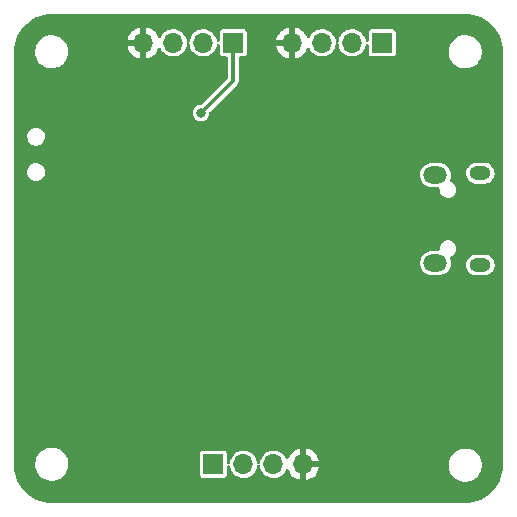
<source format=gbr>
%TF.GenerationSoftware,KiCad,Pcbnew,(6.0.10)*%
%TF.CreationDate,2023-02-14T22:37:11+03:00*%
%TF.ProjectId,BluePill,426c7565-5069-46c6-9c2e-6b696361645f,rev?*%
%TF.SameCoordinates,Original*%
%TF.FileFunction,Copper,L2,Bot*%
%TF.FilePolarity,Positive*%
%FSLAX46Y46*%
G04 Gerber Fmt 4.6, Leading zero omitted, Abs format (unit mm)*
G04 Created by KiCad (PCBNEW (6.0.10)) date 2023-02-14 22:37:11*
%MOMM*%
%LPD*%
G01*
G04 APERTURE LIST*
%TA.AperFunction,ComponentPad*%
%ADD10R,1.700000X1.700000*%
%TD*%
%TA.AperFunction,ComponentPad*%
%ADD11O,1.700000X1.700000*%
%TD*%
%TA.AperFunction,ComponentPad*%
%ADD12O,2.000000X1.450000*%
%TD*%
%TA.AperFunction,ComponentPad*%
%ADD13O,1.800000X1.150000*%
%TD*%
%TA.AperFunction,ViaPad*%
%ADD14C,0.800000*%
%TD*%
%TA.AperFunction,Conductor*%
%ADD15C,0.300000*%
%TD*%
G04 APERTURE END LIST*
D10*
%TO.P,J1,1,Pin_1*%
%TO.N,+3.3V*%
X112359600Y-47244000D03*
D11*
%TO.P,J1,2,Pin_2*%
%TO.N,/USART1_TX*%
X109819600Y-47244000D03*
%TO.P,J1,3,Pin_3*%
%TO.N,/USART1_RX*%
X107279600Y-47244000D03*
%TO.P,J1,4,Pin_4*%
%TO.N,GND*%
X104739600Y-47244000D03*
%TD*%
D10*
%TO.P,J2,1,Pin_1*%
%TO.N,+3.3V*%
X110677800Y-82931000D03*
D11*
%TO.P,J2,2,Pin_2*%
%TO.N,/I2C2_SCL*%
X113217800Y-82931000D03*
%TO.P,J2,3,Pin_3*%
%TO.N,/I2C2_SDA*%
X115757800Y-82931000D03*
%TO.P,J2,4,Pin_4*%
%TO.N,GND*%
X118297800Y-82931000D03*
%TD*%
D10*
%TO.P,J3,1,Pin_1*%
%TO.N,+3.3V*%
X124958000Y-47244000D03*
D11*
%TO.P,J3,2,Pin_2*%
%TO.N,/SWDIO*%
X122418000Y-47244000D03*
%TO.P,J3,3,Pin_3*%
%TO.N,/SWCLK*%
X119878000Y-47244000D03*
%TO.P,J3,4,Pin_4*%
%TO.N,GND*%
X117338000Y-47244000D03*
%TD*%
D12*
%TO.P,J4,6,Shield*%
%TO.N,unconnected-(J4-Pad6)*%
X129475000Y-58445000D03*
D13*
X133275000Y-58295000D03*
X133275000Y-66045000D03*
D12*
X129475000Y-65895000D03*
%TD*%
D14*
%TO.N,GND*%
X131267200Y-60858400D03*
%TO.N,+3.3V*%
X109626400Y-53187600D03*
%TO.N,GND*%
X114300000Y-51917600D03*
X98298000Y-60756800D03*
X104597200Y-61722000D03*
X105308400Y-63398400D03*
X98247200Y-67564000D03*
X98145600Y-51511200D03*
X127660400Y-69697600D03*
X127711200Y-68427600D03*
X128270000Y-73660000D03*
X131419600Y-71577200D03*
X130200400Y-71577200D03*
X105308400Y-66649600D03*
X109778800Y-71983600D03*
X112064800Y-72085200D03*
X119024400Y-73558400D03*
X116535200Y-66141600D03*
X112674400Y-61010800D03*
X111556800Y-64262000D03*
%TD*%
D15*
%TO.N,+3.3V*%
X112359600Y-50454400D02*
X109626400Y-53187600D01*
X112359600Y-47244000D02*
X112359600Y-50454400D01*
%TD*%
%TA.AperFunction,Conductor*%
%TO.N,GND*%
G36*
X131984563Y-44802414D02*
G01*
X132000000Y-44805136D01*
X132010854Y-44803222D01*
X132019753Y-44803222D01*
X132034608Y-44802314D01*
X132296606Y-44816044D01*
X132327839Y-44817681D01*
X132340955Y-44819059D01*
X132658691Y-44869384D01*
X132671591Y-44872126D01*
X132982326Y-44955387D01*
X132994869Y-44959463D01*
X133295184Y-45074743D01*
X133307233Y-45080107D01*
X133593867Y-45226155D01*
X133605288Y-45232749D01*
X133875086Y-45407957D01*
X133885756Y-45415710D01*
X134135752Y-45618153D01*
X134145553Y-45626978D01*
X134373022Y-45854447D01*
X134381847Y-45864248D01*
X134584290Y-46114244D01*
X134592043Y-46124914D01*
X134767251Y-46394712D01*
X134773845Y-46406133D01*
X134919893Y-46692767D01*
X134925257Y-46704816D01*
X135040537Y-47005131D01*
X135044613Y-47017674D01*
X135127874Y-47328409D01*
X135130616Y-47341309D01*
X135180941Y-47659045D01*
X135182319Y-47672162D01*
X135197686Y-47965392D01*
X135196778Y-47980247D01*
X135196778Y-47989146D01*
X135194864Y-48000000D01*
X135196778Y-48010855D01*
X135197586Y-48015437D01*
X135199500Y-48037317D01*
X135199500Y-82962683D01*
X135197586Y-82984563D01*
X135194864Y-83000000D01*
X135196778Y-83010854D01*
X135196778Y-83019753D01*
X135197686Y-83034608D01*
X135182319Y-83327838D01*
X135180941Y-83340954D01*
X135171797Y-83398685D01*
X135130616Y-83658691D01*
X135127874Y-83671591D01*
X135125248Y-83681391D01*
X135055012Y-83943518D01*
X135044613Y-83982326D01*
X135040537Y-83994869D01*
X134925257Y-84295184D01*
X134919893Y-84307233D01*
X134773845Y-84593867D01*
X134767251Y-84605288D01*
X134592043Y-84875086D01*
X134584290Y-84885756D01*
X134381847Y-85135752D01*
X134373022Y-85145553D01*
X134145553Y-85373022D01*
X134135752Y-85381847D01*
X133885756Y-85584290D01*
X133875086Y-85592043D01*
X133605288Y-85767251D01*
X133593867Y-85773845D01*
X133307233Y-85919893D01*
X133295184Y-85925257D01*
X132994869Y-86040537D01*
X132982326Y-86044613D01*
X132671591Y-86127874D01*
X132658691Y-86130616D01*
X132340955Y-86180941D01*
X132327839Y-86182319D01*
X132296606Y-86183956D01*
X132034608Y-86197686D01*
X132019753Y-86196778D01*
X132010854Y-86196778D01*
X132000000Y-86194864D01*
X131989145Y-86196778D01*
X131984563Y-86197586D01*
X131962683Y-86199500D01*
X97037317Y-86199500D01*
X97015437Y-86197586D01*
X97010855Y-86196778D01*
X97000000Y-86194864D01*
X96989146Y-86196778D01*
X96980247Y-86196778D01*
X96965392Y-86197686D01*
X96703394Y-86183956D01*
X96672161Y-86182319D01*
X96659045Y-86180941D01*
X96341309Y-86130616D01*
X96328409Y-86127874D01*
X96017674Y-86044613D01*
X96005131Y-86040537D01*
X95704816Y-85925257D01*
X95692767Y-85919893D01*
X95406133Y-85773845D01*
X95394712Y-85767251D01*
X95124914Y-85592043D01*
X95114244Y-85584290D01*
X94864248Y-85381847D01*
X94854447Y-85373022D01*
X94626978Y-85145553D01*
X94618153Y-85135752D01*
X94415710Y-84885756D01*
X94407957Y-84875086D01*
X94232749Y-84605288D01*
X94226155Y-84593867D01*
X94080107Y-84307233D01*
X94074743Y-84295184D01*
X93959463Y-83994869D01*
X93955387Y-83982326D01*
X93944989Y-83943518D01*
X93874752Y-83681391D01*
X93872126Y-83671591D01*
X93869384Y-83658691D01*
X93828203Y-83398685D01*
X93819059Y-83340954D01*
X93817681Y-83327838D01*
X93802314Y-83034608D01*
X93803222Y-83019753D01*
X93803222Y-83010854D01*
X93805136Y-83000000D01*
X93802414Y-82984563D01*
X93800500Y-82962683D01*
X93800500Y-82850389D01*
X95595996Y-82850389D01*
X95596196Y-82855718D01*
X95596196Y-82855719D01*
X95597887Y-82900754D01*
X95604913Y-83087895D01*
X95653719Y-83320504D01*
X95655677Y-83325463D01*
X95655678Y-83325465D01*
X95733971Y-83523713D01*
X95741020Y-83541563D01*
X95743787Y-83546122D01*
X95743788Y-83546125D01*
X95791628Y-83624963D01*
X95864319Y-83744753D01*
X95867816Y-83748783D01*
X95949104Y-83842459D01*
X96020090Y-83924264D01*
X96024216Y-83927647D01*
X96024220Y-83927651D01*
X96106199Y-83994869D01*
X96203880Y-84074962D01*
X96208516Y-84077601D01*
X96208519Y-84077603D01*
X96309561Y-84135119D01*
X96410433Y-84192539D01*
X96633844Y-84273634D01*
X96639092Y-84274583D01*
X96863641Y-84315188D01*
X96863648Y-84315189D01*
X96867725Y-84315926D01*
X96885991Y-84316787D01*
X96891131Y-84317030D01*
X96891138Y-84317030D01*
X96892619Y-84317100D01*
X97059680Y-84317100D01*
X97142026Y-84310113D01*
X97231512Y-84302520D01*
X97231516Y-84302519D01*
X97236823Y-84302069D01*
X97241978Y-84300731D01*
X97241984Y-84300730D01*
X97461703Y-84243702D01*
X97461702Y-84243702D01*
X97466874Y-84242360D01*
X97583327Y-84189902D01*
X97678715Y-84146933D01*
X97678718Y-84146932D01*
X97683576Y-84144743D01*
X97880732Y-84012009D01*
X97889515Y-84003631D01*
X97969764Y-83927077D01*
X98052705Y-83847955D01*
X98069303Y-83825646D01*
X109527300Y-83825646D01*
X109530418Y-83851846D01*
X109534256Y-83860486D01*
X109534256Y-83860487D01*
X109567369Y-83935034D01*
X109575861Y-83954153D01*
X109584094Y-83962372D01*
X109584095Y-83962373D01*
X109610163Y-83988395D01*
X109655087Y-84033241D01*
X109665724Y-84037944D01*
X109665726Y-84037945D01*
X109703182Y-84054504D01*
X109757473Y-84078506D01*
X109783154Y-84081500D01*
X111572446Y-84081500D01*
X111576150Y-84081059D01*
X111576153Y-84081059D01*
X111583546Y-84080179D01*
X111598646Y-84078382D01*
X111613967Y-84071577D01*
X111690318Y-84037663D01*
X111700953Y-84032939D01*
X111780041Y-83953713D01*
X111793061Y-83924264D01*
X111811065Y-83883538D01*
X111825306Y-83851327D01*
X111828300Y-83825646D01*
X111828300Y-83141673D01*
X111848302Y-83073552D01*
X111901958Y-83027059D01*
X111972232Y-83016955D01*
X112036812Y-83046449D01*
X112075196Y-83106175D01*
X112076458Y-83111784D01*
X112076596Y-83111749D01*
X112128645Y-83316690D01*
X112131062Y-83321933D01*
X112185636Y-83440313D01*
X112217169Y-83508714D01*
X112339205Y-83681391D01*
X112343339Y-83685418D01*
X112483527Y-83821983D01*
X112490665Y-83828937D01*
X112495461Y-83832142D01*
X112495464Y-83832144D01*
X112627296Y-83920231D01*
X112666477Y-83946411D01*
X112671785Y-83948692D01*
X112671786Y-83948692D01*
X112855450Y-84027600D01*
X112855453Y-84027601D01*
X112860753Y-84029878D01*
X112866382Y-84031152D01*
X112866383Y-84031152D01*
X113061350Y-84075269D01*
X113061353Y-84075269D01*
X113066986Y-84076544D01*
X113072757Y-84076771D01*
X113072759Y-84076771D01*
X113134789Y-84079208D01*
X113278270Y-84084846D01*
X113283979Y-84084018D01*
X113283983Y-84084018D01*
X113481815Y-84055333D01*
X113481819Y-84055332D01*
X113487530Y-84054504D01*
X113574379Y-84025023D01*
X113682283Y-83988395D01*
X113682288Y-83988393D01*
X113687755Y-83986537D01*
X113692798Y-83983713D01*
X113867195Y-83886046D01*
X113867199Y-83886043D01*
X113872242Y-83883219D01*
X114034812Y-83748012D01*
X114170019Y-83585442D01*
X114172843Y-83580399D01*
X114172846Y-83580395D01*
X114270513Y-83405998D01*
X114270514Y-83405996D01*
X114273337Y-83400955D01*
X114275193Y-83395488D01*
X114275195Y-83395483D01*
X114339447Y-83206200D01*
X114341304Y-83200730D01*
X114342133Y-83195015D01*
X114362890Y-83051860D01*
X114392460Y-82987315D01*
X114452232Y-82949003D01*
X114523229Y-82949087D01*
X114582909Y-82987542D01*
X114612325Y-83052158D01*
X114613315Y-83061695D01*
X114616596Y-83111749D01*
X114618017Y-83117345D01*
X114618018Y-83117350D01*
X114640584Y-83206200D01*
X114668645Y-83316690D01*
X114671062Y-83321933D01*
X114725636Y-83440313D01*
X114757169Y-83508714D01*
X114879205Y-83681391D01*
X114883339Y-83685418D01*
X115023527Y-83821983D01*
X115030665Y-83828937D01*
X115035461Y-83832142D01*
X115035464Y-83832144D01*
X115167296Y-83920231D01*
X115206477Y-83946411D01*
X115211785Y-83948692D01*
X115211786Y-83948692D01*
X115395450Y-84027600D01*
X115395453Y-84027601D01*
X115400753Y-84029878D01*
X115406382Y-84031152D01*
X115406383Y-84031152D01*
X115601350Y-84075269D01*
X115601353Y-84075269D01*
X115606986Y-84076544D01*
X115612757Y-84076771D01*
X115612759Y-84076771D01*
X115674789Y-84079208D01*
X115818270Y-84084846D01*
X115823979Y-84084018D01*
X115823983Y-84084018D01*
X116021815Y-84055333D01*
X116021819Y-84055332D01*
X116027530Y-84054504D01*
X116114379Y-84025023D01*
X116222283Y-83988395D01*
X116222288Y-83988393D01*
X116227755Y-83986537D01*
X116232798Y-83983713D01*
X116407195Y-83886046D01*
X116407199Y-83886043D01*
X116412242Y-83883219D01*
X116574812Y-83748012D01*
X116710019Y-83585442D01*
X116712843Y-83580399D01*
X116712846Y-83580395D01*
X116809951Y-83407001D01*
X116860688Y-83357339D01*
X116930219Y-83342992D01*
X116996470Y-83368513D01*
X117034080Y-83415317D01*
X117121874Y-83603591D01*
X117127357Y-83613087D01*
X117256531Y-83797567D01*
X117263587Y-83805975D01*
X117422825Y-83965213D01*
X117431233Y-83972269D01*
X117615713Y-84101443D01*
X117625208Y-84106926D01*
X117829327Y-84202108D01*
X117839619Y-84205854D01*
X118030303Y-84256948D01*
X118044399Y-84256612D01*
X118047800Y-84248670D01*
X118047800Y-84243521D01*
X118547800Y-84243521D01*
X118551773Y-84257052D01*
X118560322Y-84258281D01*
X118755981Y-84205854D01*
X118766273Y-84202108D01*
X118970392Y-84106926D01*
X118979887Y-84101443D01*
X119164367Y-83972269D01*
X119172775Y-83965213D01*
X119332013Y-83805975D01*
X119339069Y-83797567D01*
X119468243Y-83613087D01*
X119473726Y-83603591D01*
X119568908Y-83399473D01*
X119572654Y-83389181D01*
X119623748Y-83198497D01*
X119623412Y-83184401D01*
X119615470Y-83181000D01*
X118565915Y-83181000D01*
X118550676Y-83185475D01*
X118549471Y-83186865D01*
X118547800Y-83194548D01*
X118547800Y-84243521D01*
X118047800Y-84243521D01*
X118047800Y-82933789D01*
X130595996Y-82933789D01*
X130596196Y-82939118D01*
X130596196Y-82939119D01*
X130599118Y-83016955D01*
X130604913Y-83171295D01*
X130653719Y-83403904D01*
X130655677Y-83408863D01*
X130655678Y-83408865D01*
X130708084Y-83541563D01*
X130741020Y-83624963D01*
X130743787Y-83629522D01*
X130743788Y-83629525D01*
X130813832Y-83744954D01*
X130864319Y-83828153D01*
X130867816Y-83832183D01*
X130980789Y-83962373D01*
X131020090Y-84007664D01*
X131024216Y-84011047D01*
X131024220Y-84011051D01*
X131122614Y-84091728D01*
X131203880Y-84158362D01*
X131208516Y-84161001D01*
X131208519Y-84161003D01*
X131287311Y-84205854D01*
X131410433Y-84275939D01*
X131633844Y-84357034D01*
X131639092Y-84357983D01*
X131863641Y-84398588D01*
X131863648Y-84398589D01*
X131867725Y-84399326D01*
X131885991Y-84400187D01*
X131891131Y-84400430D01*
X131891138Y-84400430D01*
X131892619Y-84400500D01*
X132059680Y-84400500D01*
X132142026Y-84393513D01*
X132231512Y-84385920D01*
X132231516Y-84385919D01*
X132236823Y-84385469D01*
X132241978Y-84384131D01*
X132241984Y-84384130D01*
X132461703Y-84327102D01*
X132461702Y-84327102D01*
X132466874Y-84325760D01*
X132616672Y-84258281D01*
X132678715Y-84230333D01*
X132678718Y-84230332D01*
X132683576Y-84228143D01*
X132880732Y-84095409D01*
X132895313Y-84081500D01*
X132972016Y-84008328D01*
X133052705Y-83931355D01*
X133194579Y-83740670D01*
X133302295Y-83528807D01*
X133328192Y-83445407D01*
X133371193Y-83306919D01*
X133372775Y-83301824D01*
X133388339Y-83184401D01*
X133403304Y-83071494D01*
X133403304Y-83071491D01*
X133404004Y-83066211D01*
X133402818Y-83034608D01*
X133399607Y-82949087D01*
X133395087Y-82828705D01*
X133346281Y-82596096D01*
X133344322Y-82591135D01*
X133260941Y-82380002D01*
X133260940Y-82380000D01*
X133258980Y-82375037D01*
X133233152Y-82332473D01*
X133138448Y-82176407D01*
X133135681Y-82171847D01*
X133100974Y-82131850D01*
X132983410Y-81996369D01*
X132983408Y-81996367D01*
X132979910Y-81992336D01*
X132975784Y-81988953D01*
X132975780Y-81988949D01*
X132800248Y-81845023D01*
X132796120Y-81841638D01*
X132791484Y-81838999D01*
X132791481Y-81838997D01*
X132644049Y-81755074D01*
X132589567Y-81724061D01*
X132366156Y-81642966D01*
X132343361Y-81638844D01*
X132136359Y-81601412D01*
X132136352Y-81601411D01*
X132132275Y-81600674D01*
X132114009Y-81599813D01*
X132108869Y-81599570D01*
X132108862Y-81599570D01*
X132107381Y-81599500D01*
X131940320Y-81599500D01*
X131874889Y-81605052D01*
X131768488Y-81614080D01*
X131768484Y-81614081D01*
X131763177Y-81614531D01*
X131758022Y-81615869D01*
X131758016Y-81615870D01*
X131652341Y-81643298D01*
X131533126Y-81674240D01*
X131435766Y-81718097D01*
X131321285Y-81769667D01*
X131321282Y-81769668D01*
X131316424Y-81771857D01*
X131312000Y-81774836D01*
X131311999Y-81774836D01*
X131305504Y-81779209D01*
X131119268Y-81904591D01*
X131115411Y-81908270D01*
X131115409Y-81908272D01*
X131104706Y-81918482D01*
X130947295Y-82068645D01*
X130805421Y-82259330D01*
X130697705Y-82471193D01*
X130696124Y-82476284D01*
X130696123Y-82476287D01*
X130657301Y-82601315D01*
X130627225Y-82698176D01*
X130626524Y-82703465D01*
X130600375Y-82900754D01*
X130595996Y-82933789D01*
X118047800Y-82933789D01*
X118047800Y-82662885D01*
X118547800Y-82662885D01*
X118552275Y-82678124D01*
X118553665Y-82679329D01*
X118561348Y-82681000D01*
X119610321Y-82681000D01*
X119623852Y-82677027D01*
X119625081Y-82668478D01*
X119572654Y-82472819D01*
X119568908Y-82462527D01*
X119473726Y-82258409D01*
X119468243Y-82248913D01*
X119339069Y-82064433D01*
X119332013Y-82056025D01*
X119172775Y-81896787D01*
X119164367Y-81889731D01*
X118979887Y-81760557D01*
X118970392Y-81755074D01*
X118766273Y-81659892D01*
X118755981Y-81656146D01*
X118565297Y-81605052D01*
X118551201Y-81605388D01*
X118547800Y-81613330D01*
X118547800Y-82662885D01*
X118047800Y-82662885D01*
X118047800Y-81618479D01*
X118043827Y-81604948D01*
X118035278Y-81603719D01*
X117839619Y-81656146D01*
X117829327Y-81659892D01*
X117625209Y-81755074D01*
X117615713Y-81760557D01*
X117431233Y-81889731D01*
X117422825Y-81896787D01*
X117263587Y-82056025D01*
X117256531Y-82064433D01*
X117127357Y-82248913D01*
X117121874Y-82258409D01*
X117032227Y-82450658D01*
X116985310Y-82503943D01*
X116917032Y-82523404D01*
X116849072Y-82502862D01*
X116805026Y-82453136D01*
X116745521Y-82332473D01*
X116745519Y-82332469D01*
X116742965Y-82327290D01*
X116633494Y-82180690D01*
X116619904Y-82162491D01*
X116619903Y-82162490D01*
X116616451Y-82157867D01*
X116489036Y-82040086D01*
X116465422Y-82018257D01*
X116465420Y-82018255D01*
X116461181Y-82014337D01*
X116409242Y-81981566D01*
X116287234Y-81904584D01*
X116287233Y-81904584D01*
X116282354Y-81901505D01*
X116085960Y-81823152D01*
X116080303Y-81822027D01*
X116080297Y-81822025D01*
X115884242Y-81783028D01*
X115884240Y-81783028D01*
X115878575Y-81781901D01*
X115872800Y-81781825D01*
X115872796Y-81781825D01*
X115766776Y-81780437D01*
X115667146Y-81779133D01*
X115661449Y-81780112D01*
X115661448Y-81780112D01*
X115464450Y-81813962D01*
X115464449Y-81813962D01*
X115458753Y-81814941D01*
X115260375Y-81888127D01*
X115255414Y-81891079D01*
X115255413Y-81891079D01*
X115085215Y-81992336D01*
X115078656Y-81996238D01*
X114919681Y-82135655D01*
X114788776Y-82301708D01*
X114786087Y-82306819D01*
X114786085Y-82306822D01*
X114752596Y-82370475D01*
X114690323Y-82488836D01*
X114627620Y-82690773D01*
X114626941Y-82696510D01*
X114612888Y-82815239D01*
X114585017Y-82880537D01*
X114526269Y-82920401D01*
X114455294Y-82922174D01*
X114394628Y-82885295D01*
X114363530Y-82821471D01*
X114362290Y-82811958D01*
X114357516Y-82759995D01*
X114353881Y-82720440D01*
X114296486Y-82516931D01*
X114285353Y-82494354D01*
X114205519Y-82332469D01*
X114202965Y-82327290D01*
X114093494Y-82180690D01*
X114079904Y-82162491D01*
X114079903Y-82162490D01*
X114076451Y-82157867D01*
X113949036Y-82040086D01*
X113925422Y-82018257D01*
X113925420Y-82018255D01*
X113921181Y-82014337D01*
X113869242Y-81981566D01*
X113747234Y-81904584D01*
X113747233Y-81904584D01*
X113742354Y-81901505D01*
X113545960Y-81823152D01*
X113540303Y-81822027D01*
X113540297Y-81822025D01*
X113344242Y-81783028D01*
X113344240Y-81783028D01*
X113338575Y-81781901D01*
X113332800Y-81781825D01*
X113332796Y-81781825D01*
X113226776Y-81780437D01*
X113127146Y-81779133D01*
X113121449Y-81780112D01*
X113121448Y-81780112D01*
X112924450Y-81813962D01*
X112924449Y-81813962D01*
X112918753Y-81814941D01*
X112720375Y-81888127D01*
X112715414Y-81891079D01*
X112715413Y-81891079D01*
X112545215Y-81992336D01*
X112538656Y-81996238D01*
X112379681Y-82135655D01*
X112248776Y-82301708D01*
X112246087Y-82306819D01*
X112246085Y-82306822D01*
X112212596Y-82370475D01*
X112150323Y-82488836D01*
X112087620Y-82690773D01*
X112086941Y-82696510D01*
X112079427Y-82759995D01*
X112051556Y-82825292D01*
X111992808Y-82865156D01*
X111921834Y-82866930D01*
X111861167Y-82830051D01*
X111830069Y-82766227D01*
X111828300Y-82745185D01*
X111828300Y-82036354D01*
X111825182Y-82010154D01*
X111779739Y-81907847D01*
X111771244Y-81899366D01*
X111708745Y-81836977D01*
X111700513Y-81828759D01*
X111689876Y-81824056D01*
X111689874Y-81824055D01*
X111630338Y-81797735D01*
X111598127Y-81783494D01*
X111572446Y-81780500D01*
X109783154Y-81780500D01*
X109779450Y-81780941D01*
X109779447Y-81780941D01*
X109772054Y-81781821D01*
X109756954Y-81783618D01*
X109748314Y-81787456D01*
X109748313Y-81787456D01*
X109681931Y-81816942D01*
X109654647Y-81829061D01*
X109575559Y-81908287D01*
X109530294Y-82010673D01*
X109527300Y-82036354D01*
X109527300Y-83825646D01*
X98069303Y-83825646D01*
X98194579Y-83657270D01*
X98302295Y-83445407D01*
X98314221Y-83407001D01*
X98371193Y-83223519D01*
X98372775Y-83218424D01*
X98386172Y-83117350D01*
X98403304Y-82988094D01*
X98403304Y-82988091D01*
X98404004Y-82982811D01*
X98395087Y-82745305D01*
X98346281Y-82512696D01*
X98342824Y-82503943D01*
X98260941Y-82296602D01*
X98260940Y-82296600D01*
X98258980Y-82291637D01*
X98233055Y-82248913D01*
X98138448Y-82093007D01*
X98135681Y-82088447D01*
X98087318Y-82032713D01*
X97983410Y-81912969D01*
X97983408Y-81912967D01*
X97979910Y-81908936D01*
X97975784Y-81905553D01*
X97975780Y-81905549D01*
X97824979Y-81781901D01*
X97796120Y-81758238D01*
X97791484Y-81755599D01*
X97791481Y-81755597D01*
X97616770Y-81656146D01*
X97589567Y-81640661D01*
X97366156Y-81559566D01*
X97360908Y-81558617D01*
X97136359Y-81518012D01*
X97136352Y-81518011D01*
X97132275Y-81517274D01*
X97114009Y-81516413D01*
X97108869Y-81516170D01*
X97108862Y-81516170D01*
X97107381Y-81516100D01*
X96940320Y-81516100D01*
X96857974Y-81523087D01*
X96768488Y-81530680D01*
X96768484Y-81530681D01*
X96763177Y-81531131D01*
X96758022Y-81532469D01*
X96758016Y-81532470D01*
X96646612Y-81561385D01*
X96533126Y-81590840D01*
X96471770Y-81618479D01*
X96321285Y-81686267D01*
X96321282Y-81686268D01*
X96316424Y-81688457D01*
X96119268Y-81821191D01*
X96115411Y-81824870D01*
X96115409Y-81824872D01*
X96051195Y-81886129D01*
X95947295Y-81985245D01*
X95805421Y-82175930D01*
X95697705Y-82387793D01*
X95696124Y-82392884D01*
X95696123Y-82392887D01*
X95657607Y-82516931D01*
X95627225Y-82614776D01*
X95626524Y-82620065D01*
X95598692Y-82830051D01*
X95595996Y-82850389D01*
X93800500Y-82850389D01*
X93800500Y-65887806D01*
X128169563Y-65887806D01*
X128171055Y-65904199D01*
X128180016Y-66002661D01*
X128187790Y-66088089D01*
X128189528Y-66093995D01*
X128189529Y-66093999D01*
X128214543Y-66178988D01*
X128244572Y-66281018D01*
X128337746Y-66459243D01*
X128463763Y-66615976D01*
X128617823Y-66745248D01*
X128623215Y-66748212D01*
X128623219Y-66748215D01*
X128719543Y-66801169D01*
X128794058Y-66842134D01*
X128799925Y-66843995D01*
X128799927Y-66843996D01*
X128909259Y-66878678D01*
X128985755Y-66902944D01*
X129142268Y-66920500D01*
X129800606Y-66920500D01*
X129950151Y-66905837D01*
X130142679Y-66847710D01*
X130235630Y-66798287D01*
X130314803Y-66756190D01*
X130314805Y-66756189D01*
X130320249Y-66753294D01*
X130378135Y-66706083D01*
X130471324Y-66630081D01*
X130471327Y-66630078D01*
X130476099Y-66626186D01*
X130481269Y-66619937D01*
X130600363Y-66475977D01*
X130600365Y-66475974D01*
X130604292Y-66471227D01*
X130699945Y-66294320D01*
X130759415Y-66102203D01*
X130760899Y-66088089D01*
X130770595Y-65995840D01*
X132070711Y-65995840D01*
X132071068Y-66002656D01*
X132071068Y-66002661D01*
X132076594Y-66108090D01*
X132080667Y-66185801D01*
X132131181Y-66369193D01*
X132219898Y-66537460D01*
X132342678Y-66682751D01*
X132348102Y-66686898D01*
X132348103Y-66686899D01*
X132488372Y-66794143D01*
X132488376Y-66794146D01*
X132493793Y-66798287D01*
X132666193Y-66878678D01*
X132748721Y-66897125D01*
X132846790Y-66919047D01*
X132846796Y-66919048D01*
X132851834Y-66920174D01*
X132857665Y-66920500D01*
X133647517Y-66920500D01*
X133789109Y-66905118D01*
X133969396Y-66844445D01*
X134132447Y-66746474D01*
X134270658Y-66615775D01*
X134320335Y-66542677D01*
X134373744Y-66464088D01*
X134373745Y-66464086D01*
X134377578Y-66458446D01*
X134410862Y-66375232D01*
X134445685Y-66288168D01*
X134445686Y-66288166D01*
X134448221Y-66281827D01*
X134476983Y-66108090D01*
X134478174Y-66100897D01*
X134478174Y-66100894D01*
X134479289Y-66094160D01*
X134478650Y-66081950D01*
X134469690Y-65911012D01*
X134469333Y-65904199D01*
X134418819Y-65720807D01*
X134330102Y-65552540D01*
X134207322Y-65407249D01*
X134151583Y-65364633D01*
X134061628Y-65295857D01*
X134061624Y-65295854D01*
X134056207Y-65291713D01*
X133883807Y-65211322D01*
X133801279Y-65192875D01*
X133703210Y-65170953D01*
X133703204Y-65170952D01*
X133698166Y-65169826D01*
X133692335Y-65169500D01*
X132902483Y-65169500D01*
X132760891Y-65184882D01*
X132580604Y-65245555D01*
X132417553Y-65343526D01*
X132279342Y-65474225D01*
X132275507Y-65479868D01*
X132226120Y-65552540D01*
X132172422Y-65631554D01*
X132169890Y-65637883D01*
X132169889Y-65637886D01*
X132136723Y-65720807D01*
X132101779Y-65808173D01*
X132070711Y-65995840D01*
X130770595Y-65995840D01*
X130779793Y-65908322D01*
X130779793Y-65908321D01*
X130780437Y-65902194D01*
X130762210Y-65701911D01*
X130756324Y-65681910D01*
X130707167Y-65514891D01*
X130705428Y-65508982D01*
X130702574Y-65503522D01*
X130700265Y-65497808D01*
X130702271Y-65496998D01*
X130690349Y-65436945D01*
X130716366Y-65370888D01*
X130764902Y-65335665D01*
X130764029Y-65333928D01*
X130908714Y-65261159D01*
X130915498Y-65257747D01*
X131018821Y-65169500D01*
X131038651Y-65152564D01*
X131038652Y-65152563D01*
X131044423Y-65147634D01*
X131143361Y-65009947D01*
X131193210Y-64885945D01*
X131203766Y-64859687D01*
X131203767Y-64859685D01*
X131206601Y-64852634D01*
X131230490Y-64684778D01*
X131230645Y-64670000D01*
X131228840Y-64655080D01*
X131211188Y-64509220D01*
X131210276Y-64501680D01*
X131150345Y-64343077D01*
X131054312Y-64203349D01*
X131042514Y-64192837D01*
X130933392Y-64095612D01*
X130933388Y-64095610D01*
X130927721Y-64090560D01*
X130777881Y-64011224D01*
X130613441Y-63969919D01*
X130605843Y-63969879D01*
X130605841Y-63969879D01*
X130528668Y-63969475D01*
X130443895Y-63969031D01*
X130436508Y-63970805D01*
X130436504Y-63970805D01*
X130293162Y-64005220D01*
X130279032Y-64008612D01*
X130272288Y-64012093D01*
X130272285Y-64012094D01*
X130267089Y-64014776D01*
X130128369Y-64086375D01*
X130000604Y-64197831D01*
X129903113Y-64336547D01*
X129841524Y-64494513D01*
X129819394Y-64662611D01*
X129826798Y-64729673D01*
X129814392Y-64799577D01*
X129766163Y-64851678D01*
X129701559Y-64869500D01*
X129149394Y-64869500D01*
X128999849Y-64884163D01*
X128807321Y-64942290D01*
X128801880Y-64945183D01*
X128635197Y-65033810D01*
X128635195Y-65033811D01*
X128629751Y-65036706D01*
X128624972Y-65040604D01*
X128478676Y-65159919D01*
X128478673Y-65159922D01*
X128473901Y-65163814D01*
X128469974Y-65168561D01*
X128469972Y-65168563D01*
X128349637Y-65314023D01*
X128349635Y-65314026D01*
X128345708Y-65318773D01*
X128250055Y-65495680D01*
X128244108Y-65514891D01*
X128209742Y-65625912D01*
X128190585Y-65687797D01*
X128189941Y-65693922D01*
X128189941Y-65693923D01*
X128188456Y-65708050D01*
X128169563Y-65887806D01*
X93800500Y-65887806D01*
X93800500Y-58232062D01*
X94915497Y-58232062D01*
X94916737Y-58239278D01*
X94916737Y-58239280D01*
X94933587Y-58337339D01*
X94945134Y-58404540D01*
X95013654Y-58565573D01*
X95117383Y-58706524D01*
X95122961Y-58711263D01*
X95122964Y-58711266D01*
X95245176Y-58815093D01*
X95245180Y-58815096D01*
X95250755Y-58819832D01*
X95296207Y-58843041D01*
X95347687Y-58869328D01*
X95406616Y-58899419D01*
X95413721Y-58901158D01*
X95413725Y-58901159D01*
X95494858Y-58921011D01*
X95576606Y-58941015D01*
X95582206Y-58941362D01*
X95582210Y-58941363D01*
X95585709Y-58941580D01*
X95585718Y-58941580D01*
X95587648Y-58941700D01*
X95713822Y-58941700D01*
X95805369Y-58931027D01*
X95836556Y-58927391D01*
X95836558Y-58927391D01*
X95843828Y-58926543D01*
X95850705Y-58924047D01*
X95850708Y-58924046D01*
X96001452Y-58869328D01*
X96008331Y-58866831D01*
X96154685Y-58770877D01*
X96275040Y-58643828D01*
X96362939Y-58492498D01*
X96379504Y-58437806D01*
X128169563Y-58437806D01*
X128171430Y-58458322D01*
X128181191Y-58565573D01*
X128187790Y-58638089D01*
X128189528Y-58643995D01*
X128189529Y-58643999D01*
X128225308Y-58765565D01*
X128244572Y-58831018D01*
X128261197Y-58862818D01*
X128332908Y-58999988D01*
X128337746Y-59009243D01*
X128463763Y-59165976D01*
X128617823Y-59295248D01*
X128623215Y-59298212D01*
X128623219Y-59298215D01*
X128717744Y-59350180D01*
X128794058Y-59392134D01*
X128799925Y-59393995D01*
X128799927Y-59393996D01*
X128979885Y-59451082D01*
X128985755Y-59452944D01*
X129142268Y-59470500D01*
X129701010Y-59470500D01*
X129769131Y-59490502D01*
X129815624Y-59544158D01*
X129825932Y-59612945D01*
X129820385Y-59655078D01*
X129820385Y-59655084D01*
X129819394Y-59662611D01*
X129837999Y-59831135D01*
X129896266Y-59990356D01*
X129900502Y-59996659D01*
X129900502Y-59996660D01*
X129913574Y-60016113D01*
X129990830Y-60131083D01*
X129996442Y-60136190D01*
X129996445Y-60136193D01*
X130110612Y-60240077D01*
X130110616Y-60240080D01*
X130116233Y-60245191D01*
X130122906Y-60248814D01*
X130122910Y-60248817D01*
X130258558Y-60322467D01*
X130258560Y-60322468D01*
X130265235Y-60326092D01*
X130272584Y-60328020D01*
X130421883Y-60367188D01*
X130421885Y-60367188D01*
X130429233Y-60369116D01*
X130515609Y-60370473D01*
X130591161Y-60371660D01*
X130591164Y-60371660D01*
X130598760Y-60371779D01*
X130606165Y-60370083D01*
X130606166Y-60370083D01*
X130666586Y-60356245D01*
X130764029Y-60333928D01*
X130915498Y-60257747D01*
X131044423Y-60147634D01*
X131143361Y-60009947D01*
X131151237Y-59990356D01*
X131203766Y-59859687D01*
X131203767Y-59859685D01*
X131206601Y-59852634D01*
X131230490Y-59684778D01*
X131230645Y-59670000D01*
X131210276Y-59501680D01*
X131150345Y-59343077D01*
X131054312Y-59203349D01*
X131048641Y-59198296D01*
X130933392Y-59095612D01*
X130933388Y-59095610D01*
X130927721Y-59090560D01*
X130921011Y-59087007D01*
X130784594Y-59014778D01*
X130784592Y-59014777D01*
X130777881Y-59011224D01*
X130770749Y-59009433D01*
X130714404Y-58966408D01*
X130690228Y-58899654D01*
X130699463Y-58845212D01*
X130699945Y-58844320D01*
X130706495Y-58823160D01*
X130757593Y-58658090D01*
X130757594Y-58658087D01*
X130759415Y-58652203D01*
X130760899Y-58638089D01*
X130779793Y-58458322D01*
X130779793Y-58458321D01*
X130780437Y-58452194D01*
X130770605Y-58344160D01*
X130762769Y-58258050D01*
X130762768Y-58258047D01*
X130762210Y-58251911D01*
X130760424Y-58245840D01*
X132070711Y-58245840D01*
X132071068Y-58252656D01*
X132071068Y-58252661D01*
X132075864Y-58344160D01*
X132080667Y-58435801D01*
X132131181Y-58619193D01*
X132219898Y-58787460D01*
X132342678Y-58932751D01*
X132348102Y-58936898D01*
X132348103Y-58936899D01*
X132488372Y-59044143D01*
X132488376Y-59044146D01*
X132493793Y-59048287D01*
X132666193Y-59128678D01*
X132748721Y-59147125D01*
X132846790Y-59169047D01*
X132846796Y-59169048D01*
X132851834Y-59170174D01*
X132857665Y-59170500D01*
X133647517Y-59170500D01*
X133652700Y-59169937D01*
X133689161Y-59165976D01*
X133789109Y-59155118D01*
X133969396Y-59094445D01*
X134132447Y-58996474D01*
X134270658Y-58865775D01*
X134294279Y-58831018D01*
X134373744Y-58714088D01*
X134373745Y-58714086D01*
X134377578Y-58708446D01*
X134408175Y-58631950D01*
X134445685Y-58538168D01*
X134445686Y-58538166D01*
X134448221Y-58531827D01*
X134479289Y-58344160D01*
X134478653Y-58332013D01*
X134469690Y-58161012D01*
X134469333Y-58154199D01*
X134418819Y-57970807D01*
X134330102Y-57802540D01*
X134207322Y-57657249D01*
X134147515Y-57611523D01*
X134061628Y-57545857D01*
X134061624Y-57545854D01*
X134056207Y-57541713D01*
X133883807Y-57461322D01*
X133783578Y-57438918D01*
X133703210Y-57420953D01*
X133703204Y-57420952D01*
X133698166Y-57419826D01*
X133692335Y-57419500D01*
X132902483Y-57419500D01*
X132760891Y-57434882D01*
X132580604Y-57495555D01*
X132417553Y-57593526D01*
X132279342Y-57724225D01*
X132275507Y-57729868D01*
X132226120Y-57802540D01*
X132172422Y-57881554D01*
X132169890Y-57887883D01*
X132169889Y-57887886D01*
X132136723Y-57970807D01*
X132101779Y-58058173D01*
X132100664Y-58064911D01*
X132072043Y-58237797D01*
X132070711Y-58245840D01*
X130760424Y-58245840D01*
X130707167Y-58064891D01*
X130705428Y-58058982D01*
X130612254Y-57880757D01*
X130486237Y-57724024D01*
X130332177Y-57594752D01*
X130326785Y-57591788D01*
X130326781Y-57591785D01*
X130161337Y-57500832D01*
X130161338Y-57500832D01*
X130155942Y-57497866D01*
X130150075Y-57496005D01*
X130150073Y-57496004D01*
X129970115Y-57438918D01*
X129970114Y-57438918D01*
X129964245Y-57437056D01*
X129807732Y-57419500D01*
X129149394Y-57419500D01*
X128999849Y-57434163D01*
X128807321Y-57492290D01*
X128801880Y-57495183D01*
X128635197Y-57583810D01*
X128635195Y-57583811D01*
X128629751Y-57586706D01*
X128592809Y-57616835D01*
X128478676Y-57709919D01*
X128478673Y-57709922D01*
X128473901Y-57713814D01*
X128469974Y-57718561D01*
X128469972Y-57718563D01*
X128349637Y-57864023D01*
X128349635Y-57864026D01*
X128345708Y-57868773D01*
X128250055Y-58045680D01*
X128190585Y-58237797D01*
X128189941Y-58243922D01*
X128189941Y-58243923D01*
X128170490Y-58428988D01*
X128169563Y-58437806D01*
X96379504Y-58437806D01*
X96413667Y-58325007D01*
X96424503Y-58150338D01*
X96409788Y-58064698D01*
X96396106Y-57985075D01*
X96396105Y-57985073D01*
X96394866Y-57977860D01*
X96326346Y-57816827D01*
X96222617Y-57675876D01*
X96217039Y-57671137D01*
X96217036Y-57671134D01*
X96094824Y-57567307D01*
X96094820Y-57567304D01*
X96089245Y-57562568D01*
X96005062Y-57519582D01*
X95939900Y-57486308D01*
X95939898Y-57486307D01*
X95933384Y-57482981D01*
X95926279Y-57481242D01*
X95926275Y-57481241D01*
X95832741Y-57458354D01*
X95763394Y-57441385D01*
X95757794Y-57441038D01*
X95757790Y-57441037D01*
X95754291Y-57440820D01*
X95754282Y-57440820D01*
X95752352Y-57440700D01*
X95626178Y-57440700D01*
X95534631Y-57451373D01*
X95503444Y-57455009D01*
X95503442Y-57455009D01*
X95496172Y-57455857D01*
X95489295Y-57458353D01*
X95489292Y-57458354D01*
X95338548Y-57513072D01*
X95331669Y-57515569D01*
X95185315Y-57611523D01*
X95064960Y-57738572D01*
X94977061Y-57889902D01*
X94926333Y-58057393D01*
X94915497Y-58232062D01*
X93800500Y-58232062D01*
X93800500Y-55232062D01*
X94915497Y-55232062D01*
X94916737Y-55239278D01*
X94916737Y-55239280D01*
X94943894Y-55397325D01*
X94945134Y-55404540D01*
X95013654Y-55565573D01*
X95117383Y-55706524D01*
X95122961Y-55711263D01*
X95122964Y-55711266D01*
X95245176Y-55815093D01*
X95245180Y-55815096D01*
X95250755Y-55819832D01*
X95331572Y-55861099D01*
X95347687Y-55869328D01*
X95406616Y-55899419D01*
X95413721Y-55901158D01*
X95413725Y-55901159D01*
X95494858Y-55921011D01*
X95576606Y-55941015D01*
X95582206Y-55941362D01*
X95582210Y-55941363D01*
X95585709Y-55941580D01*
X95585718Y-55941580D01*
X95587648Y-55941700D01*
X95713822Y-55941700D01*
X95805369Y-55931027D01*
X95836556Y-55927391D01*
X95836558Y-55927391D01*
X95843828Y-55926543D01*
X95850705Y-55924047D01*
X95850708Y-55924046D01*
X96001452Y-55869328D01*
X96008331Y-55866831D01*
X96154685Y-55770877D01*
X96275040Y-55643828D01*
X96362939Y-55492498D01*
X96413667Y-55325007D01*
X96424503Y-55150338D01*
X96409788Y-55064698D01*
X96396106Y-54985075D01*
X96396105Y-54985073D01*
X96394866Y-54977860D01*
X96326346Y-54816827D01*
X96222617Y-54675876D01*
X96217039Y-54671137D01*
X96217036Y-54671134D01*
X96094824Y-54567307D01*
X96094820Y-54567304D01*
X96089245Y-54562568D01*
X96005062Y-54519582D01*
X95939900Y-54486308D01*
X95939898Y-54486307D01*
X95933384Y-54482981D01*
X95926279Y-54481242D01*
X95926275Y-54481241D01*
X95832741Y-54458354D01*
X95763394Y-54441385D01*
X95757794Y-54441038D01*
X95757790Y-54441037D01*
X95754291Y-54440820D01*
X95754282Y-54440820D01*
X95752352Y-54440700D01*
X95626178Y-54440700D01*
X95534631Y-54451373D01*
X95503444Y-54455009D01*
X95503442Y-54455009D01*
X95496172Y-54455857D01*
X95489295Y-54458353D01*
X95489292Y-54458354D01*
X95412281Y-54486308D01*
X95331669Y-54515569D01*
X95185315Y-54611523D01*
X95064960Y-54738572D01*
X94977061Y-54889902D01*
X94926333Y-55057393D01*
X94915497Y-55232062D01*
X93800500Y-55232062D01*
X93800500Y-48037317D01*
X93802414Y-48015437D01*
X93803222Y-48010855D01*
X93805136Y-48000000D01*
X93803222Y-47989146D01*
X93803222Y-47980247D01*
X93802314Y-47965392D01*
X93803970Y-47933789D01*
X95595996Y-47933789D01*
X95596196Y-47939118D01*
X95596196Y-47939119D01*
X95597721Y-47979732D01*
X95604913Y-48171295D01*
X95653719Y-48403904D01*
X95655677Y-48408863D01*
X95655678Y-48408865D01*
X95719161Y-48569612D01*
X95741020Y-48624963D01*
X95864319Y-48828153D01*
X96020090Y-49007664D01*
X96024216Y-49011047D01*
X96024220Y-49011051D01*
X96122614Y-49091728D01*
X96203880Y-49158362D01*
X96208516Y-49161001D01*
X96208519Y-49161003D01*
X96309561Y-49218519D01*
X96410433Y-49275939D01*
X96633844Y-49357034D01*
X96639092Y-49357983D01*
X96863641Y-49398588D01*
X96863648Y-49398589D01*
X96867725Y-49399326D01*
X96885991Y-49400187D01*
X96891131Y-49400430D01*
X96891138Y-49400430D01*
X96892619Y-49400500D01*
X97059680Y-49400500D01*
X97142026Y-49393513D01*
X97231512Y-49385920D01*
X97231516Y-49385919D01*
X97236823Y-49385469D01*
X97241978Y-49384131D01*
X97241984Y-49384130D01*
X97461703Y-49327102D01*
X97461702Y-49327102D01*
X97466874Y-49325760D01*
X97583327Y-49273302D01*
X97678715Y-49230333D01*
X97678718Y-49230332D01*
X97683576Y-49228143D01*
X97880732Y-49095409D01*
X98052705Y-48931355D01*
X98194579Y-48740670D01*
X98302295Y-48528807D01*
X98304875Y-48520500D01*
X98371193Y-48306919D01*
X98372775Y-48301824D01*
X98386772Y-48196219D01*
X98403304Y-48071494D01*
X98403304Y-48071491D01*
X98404004Y-48066211D01*
X98401503Y-47999583D01*
X98395287Y-47834036D01*
X98395087Y-47828705D01*
X98346281Y-47596096D01*
X98310906Y-47506522D01*
X103412319Y-47506522D01*
X103464746Y-47702181D01*
X103468492Y-47712473D01*
X103563674Y-47916591D01*
X103569157Y-47926087D01*
X103698331Y-48110567D01*
X103705387Y-48118975D01*
X103864625Y-48278213D01*
X103873033Y-48285269D01*
X104057513Y-48414443D01*
X104067008Y-48419926D01*
X104271127Y-48515108D01*
X104281419Y-48518854D01*
X104472103Y-48569948D01*
X104486199Y-48569612D01*
X104489600Y-48561670D01*
X104489600Y-48556521D01*
X104989600Y-48556521D01*
X104993573Y-48570052D01*
X105002122Y-48571281D01*
X105197781Y-48518854D01*
X105208073Y-48515108D01*
X105412192Y-48419926D01*
X105421687Y-48414443D01*
X105606167Y-48285269D01*
X105614575Y-48278213D01*
X105773813Y-48118975D01*
X105780869Y-48110567D01*
X105910043Y-47926087D01*
X105915526Y-47916591D01*
X106005433Y-47723786D01*
X106052351Y-47670501D01*
X106120628Y-47651040D01*
X106188588Y-47671582D01*
X106234053Y-47724284D01*
X106278969Y-47821714D01*
X106401005Y-47994391D01*
X106405139Y-47998418D01*
X106545327Y-48134983D01*
X106552465Y-48141937D01*
X106557261Y-48145142D01*
X106557264Y-48145144D01*
X106700536Y-48240875D01*
X106728277Y-48259411D01*
X106733585Y-48261692D01*
X106733586Y-48261692D01*
X106917250Y-48340600D01*
X106917253Y-48340601D01*
X106922553Y-48342878D01*
X106928182Y-48344152D01*
X106928183Y-48344152D01*
X107123150Y-48388269D01*
X107123153Y-48388269D01*
X107128786Y-48389544D01*
X107134557Y-48389771D01*
X107134559Y-48389771D01*
X107196589Y-48392208D01*
X107340070Y-48397846D01*
X107345779Y-48397018D01*
X107345783Y-48397018D01*
X107543615Y-48368333D01*
X107543619Y-48368332D01*
X107549330Y-48367504D01*
X107636179Y-48338023D01*
X107744083Y-48301395D01*
X107744088Y-48301393D01*
X107749555Y-48299537D01*
X107754598Y-48296713D01*
X107928995Y-48199046D01*
X107928999Y-48199043D01*
X107934042Y-48196219D01*
X108096612Y-48061012D01*
X108231819Y-47898442D01*
X108234643Y-47893399D01*
X108234646Y-47893395D01*
X108332313Y-47718998D01*
X108332314Y-47718996D01*
X108335137Y-47713955D01*
X108336993Y-47708488D01*
X108336995Y-47708483D01*
X108401247Y-47519200D01*
X108403104Y-47513730D01*
X108405548Y-47496876D01*
X108424690Y-47364860D01*
X108454260Y-47300315D01*
X108514032Y-47262003D01*
X108585029Y-47262087D01*
X108644709Y-47300542D01*
X108674125Y-47365158D01*
X108675115Y-47374695D01*
X108678396Y-47424749D01*
X108679817Y-47430345D01*
X108679818Y-47430350D01*
X108729024Y-47624095D01*
X108730445Y-47629690D01*
X108818969Y-47821714D01*
X108941005Y-47994391D01*
X108945139Y-47998418D01*
X109085327Y-48134983D01*
X109092465Y-48141937D01*
X109097261Y-48145142D01*
X109097264Y-48145144D01*
X109240536Y-48240875D01*
X109268277Y-48259411D01*
X109273585Y-48261692D01*
X109273586Y-48261692D01*
X109457250Y-48340600D01*
X109457253Y-48340601D01*
X109462553Y-48342878D01*
X109468182Y-48344152D01*
X109468183Y-48344152D01*
X109663150Y-48388269D01*
X109663153Y-48388269D01*
X109668786Y-48389544D01*
X109674557Y-48389771D01*
X109674559Y-48389771D01*
X109736589Y-48392208D01*
X109880070Y-48397846D01*
X109885779Y-48397018D01*
X109885783Y-48397018D01*
X110083615Y-48368333D01*
X110083619Y-48368332D01*
X110089330Y-48367504D01*
X110176179Y-48338023D01*
X110284083Y-48301395D01*
X110284088Y-48301393D01*
X110289555Y-48299537D01*
X110294598Y-48296713D01*
X110468995Y-48199046D01*
X110468999Y-48199043D01*
X110474042Y-48196219D01*
X110636612Y-48061012D01*
X110771819Y-47898442D01*
X110774643Y-47893399D01*
X110774646Y-47893395D01*
X110872313Y-47718998D01*
X110872314Y-47718996D01*
X110875137Y-47713955D01*
X110876993Y-47708488D01*
X110876995Y-47708483D01*
X110941247Y-47519200D01*
X110943104Y-47513730D01*
X110945548Y-47496876D01*
X110958404Y-47408211D01*
X110987974Y-47343665D01*
X111047746Y-47305353D01*
X111118743Y-47305437D01*
X111178423Y-47343892D01*
X111207839Y-47408508D01*
X111209100Y-47426291D01*
X111209100Y-48138646D01*
X111212218Y-48164846D01*
X111257661Y-48267153D01*
X111265894Y-48275372D01*
X111265895Y-48275373D01*
X111291963Y-48301395D01*
X111336887Y-48346241D01*
X111347524Y-48350944D01*
X111347526Y-48350945D01*
X111384982Y-48367504D01*
X111439273Y-48391506D01*
X111464954Y-48394500D01*
X111783100Y-48394500D01*
X111851221Y-48414502D01*
X111897714Y-48468158D01*
X111909100Y-48520500D01*
X111909100Y-50215606D01*
X111889098Y-50283727D01*
X111872195Y-50304701D01*
X109726689Y-52450208D01*
X109664377Y-52484233D01*
X109636936Y-52487111D01*
X109545295Y-52486631D01*
X109537908Y-52488405D01*
X109537904Y-52488405D01*
X109394562Y-52522820D01*
X109380432Y-52526212D01*
X109373688Y-52529693D01*
X109373685Y-52529694D01*
X109236517Y-52600492D01*
X109229769Y-52603975D01*
X109102004Y-52715431D01*
X109004513Y-52854147D01*
X108942924Y-53012113D01*
X108941932Y-53019646D01*
X108941932Y-53019647D01*
X108927871Y-53126457D01*
X108920794Y-53180211D01*
X108939399Y-53348735D01*
X108997666Y-53507956D01*
X109001902Y-53514259D01*
X109001902Y-53514260D01*
X109014974Y-53533713D01*
X109092230Y-53648683D01*
X109097842Y-53653790D01*
X109097845Y-53653793D01*
X109212012Y-53757677D01*
X109212016Y-53757680D01*
X109217633Y-53762791D01*
X109224306Y-53766414D01*
X109224310Y-53766417D01*
X109359958Y-53840067D01*
X109359960Y-53840068D01*
X109366635Y-53843692D01*
X109373984Y-53845620D01*
X109523283Y-53884788D01*
X109523285Y-53884788D01*
X109530633Y-53886716D01*
X109617009Y-53888073D01*
X109692561Y-53889260D01*
X109692564Y-53889260D01*
X109700160Y-53889379D01*
X109707565Y-53887683D01*
X109707566Y-53887683D01*
X109767986Y-53873845D01*
X109865429Y-53851528D01*
X110016898Y-53775347D01*
X110145823Y-53665234D01*
X110244761Y-53527547D01*
X110252637Y-53507956D01*
X110305166Y-53377287D01*
X110305167Y-53377285D01*
X110308001Y-53370234D01*
X110331890Y-53202378D01*
X110332045Y-53187600D01*
X110331548Y-53183494D01*
X110331322Y-53179389D01*
X110333400Y-53179275D01*
X110343595Y-53117487D01*
X110368004Y-53083099D01*
X112653955Y-50797149D01*
X112665044Y-50787294D01*
X112666296Y-50786307D01*
X112691710Y-50766272D01*
X112725056Y-50718025D01*
X112727353Y-50714810D01*
X112756641Y-50675157D01*
X112756641Y-50675156D01*
X112762235Y-50667583D01*
X112764629Y-50660766D01*
X112768731Y-50654831D01*
X112786412Y-50598925D01*
X112787660Y-50595185D01*
X112804000Y-50548655D01*
X112804001Y-50548652D01*
X112807120Y-50539769D01*
X112807403Y-50532584D01*
X112807417Y-50532511D01*
X112809580Y-50525670D01*
X112810100Y-50519063D01*
X112810100Y-50466409D01*
X112810197Y-50461462D01*
X112812069Y-50413818D01*
X112812439Y-50404406D01*
X112810554Y-50397297D01*
X112810100Y-50389048D01*
X112810100Y-48520500D01*
X112830102Y-48452379D01*
X112883758Y-48405886D01*
X112936100Y-48394500D01*
X113254246Y-48394500D01*
X113257950Y-48394059D01*
X113257953Y-48394059D01*
X113265346Y-48393179D01*
X113280446Y-48391382D01*
X113382753Y-48345939D01*
X113461841Y-48266713D01*
X113507106Y-48164327D01*
X113510100Y-48138646D01*
X113510100Y-47506522D01*
X116010719Y-47506522D01*
X116063146Y-47702181D01*
X116066892Y-47712473D01*
X116162074Y-47916591D01*
X116167557Y-47926087D01*
X116296731Y-48110567D01*
X116303787Y-48118975D01*
X116463025Y-48278213D01*
X116471433Y-48285269D01*
X116655913Y-48414443D01*
X116665408Y-48419926D01*
X116869527Y-48515108D01*
X116879819Y-48518854D01*
X117070503Y-48569948D01*
X117084599Y-48569612D01*
X117088000Y-48561670D01*
X117088000Y-48556521D01*
X117588000Y-48556521D01*
X117591973Y-48570052D01*
X117600522Y-48571281D01*
X117796181Y-48518854D01*
X117806473Y-48515108D01*
X118010592Y-48419926D01*
X118020087Y-48414443D01*
X118204567Y-48285269D01*
X118212975Y-48278213D01*
X118372213Y-48118975D01*
X118379269Y-48110567D01*
X118508443Y-47926087D01*
X118513926Y-47916591D01*
X118603833Y-47723786D01*
X118650751Y-47670501D01*
X118719028Y-47651040D01*
X118786988Y-47671582D01*
X118832453Y-47724284D01*
X118877369Y-47821714D01*
X118999405Y-47994391D01*
X119003539Y-47998418D01*
X119143727Y-48134983D01*
X119150865Y-48141937D01*
X119155661Y-48145142D01*
X119155664Y-48145144D01*
X119298936Y-48240875D01*
X119326677Y-48259411D01*
X119331985Y-48261692D01*
X119331986Y-48261692D01*
X119515650Y-48340600D01*
X119515653Y-48340601D01*
X119520953Y-48342878D01*
X119526582Y-48344152D01*
X119526583Y-48344152D01*
X119721550Y-48388269D01*
X119721553Y-48388269D01*
X119727186Y-48389544D01*
X119732957Y-48389771D01*
X119732959Y-48389771D01*
X119794989Y-48392208D01*
X119938470Y-48397846D01*
X119944179Y-48397018D01*
X119944183Y-48397018D01*
X120142015Y-48368333D01*
X120142019Y-48368332D01*
X120147730Y-48367504D01*
X120234579Y-48338023D01*
X120342483Y-48301395D01*
X120342488Y-48301393D01*
X120347955Y-48299537D01*
X120352998Y-48296713D01*
X120527395Y-48199046D01*
X120527399Y-48199043D01*
X120532442Y-48196219D01*
X120695012Y-48061012D01*
X120830219Y-47898442D01*
X120833043Y-47893399D01*
X120833046Y-47893395D01*
X120930713Y-47718998D01*
X120930714Y-47718996D01*
X120933537Y-47713955D01*
X120935393Y-47708488D01*
X120935395Y-47708483D01*
X120999647Y-47519200D01*
X121001504Y-47513730D01*
X121003948Y-47496876D01*
X121023090Y-47364860D01*
X121052660Y-47300315D01*
X121112432Y-47262003D01*
X121183429Y-47262087D01*
X121243109Y-47300542D01*
X121272525Y-47365158D01*
X121273515Y-47374695D01*
X121276796Y-47424749D01*
X121278217Y-47430345D01*
X121278218Y-47430350D01*
X121327424Y-47624095D01*
X121328845Y-47629690D01*
X121417369Y-47821714D01*
X121539405Y-47994391D01*
X121543539Y-47998418D01*
X121683727Y-48134983D01*
X121690865Y-48141937D01*
X121695661Y-48145142D01*
X121695664Y-48145144D01*
X121838936Y-48240875D01*
X121866677Y-48259411D01*
X121871985Y-48261692D01*
X121871986Y-48261692D01*
X122055650Y-48340600D01*
X122055653Y-48340601D01*
X122060953Y-48342878D01*
X122066582Y-48344152D01*
X122066583Y-48344152D01*
X122261550Y-48388269D01*
X122261553Y-48388269D01*
X122267186Y-48389544D01*
X122272957Y-48389771D01*
X122272959Y-48389771D01*
X122334989Y-48392208D01*
X122478470Y-48397846D01*
X122484179Y-48397018D01*
X122484183Y-48397018D01*
X122682015Y-48368333D01*
X122682019Y-48368332D01*
X122687730Y-48367504D01*
X122774579Y-48338023D01*
X122882483Y-48301395D01*
X122882488Y-48301393D01*
X122887955Y-48299537D01*
X122892998Y-48296713D01*
X123067395Y-48199046D01*
X123067399Y-48199043D01*
X123072442Y-48196219D01*
X123235012Y-48061012D01*
X123370219Y-47898442D01*
X123373043Y-47893399D01*
X123373046Y-47893395D01*
X123470713Y-47718998D01*
X123470714Y-47718996D01*
X123473537Y-47713955D01*
X123475393Y-47708488D01*
X123475395Y-47708483D01*
X123539647Y-47519200D01*
X123541504Y-47513730D01*
X123543948Y-47496876D01*
X123556804Y-47408211D01*
X123586374Y-47343665D01*
X123646146Y-47305353D01*
X123717143Y-47305437D01*
X123776823Y-47343892D01*
X123806239Y-47408508D01*
X123807500Y-47426291D01*
X123807500Y-48138646D01*
X123810618Y-48164846D01*
X123856061Y-48267153D01*
X123864294Y-48275372D01*
X123864295Y-48275373D01*
X123890363Y-48301395D01*
X123935287Y-48346241D01*
X123945924Y-48350944D01*
X123945926Y-48350945D01*
X123983382Y-48367504D01*
X124037673Y-48391506D01*
X124063354Y-48394500D01*
X125852646Y-48394500D01*
X125856350Y-48394059D01*
X125856353Y-48394059D01*
X125863746Y-48393179D01*
X125878846Y-48391382D01*
X125981153Y-48345939D01*
X126060241Y-48266713D01*
X126105506Y-48164327D01*
X126108500Y-48138646D01*
X126108500Y-47933789D01*
X130595996Y-47933789D01*
X130596196Y-47939118D01*
X130596196Y-47939119D01*
X130597721Y-47979732D01*
X130604913Y-48171295D01*
X130653719Y-48403904D01*
X130655677Y-48408863D01*
X130655678Y-48408865D01*
X130719161Y-48569612D01*
X130741020Y-48624963D01*
X130864319Y-48828153D01*
X131020090Y-49007664D01*
X131024216Y-49011047D01*
X131024220Y-49011051D01*
X131122614Y-49091728D01*
X131203880Y-49158362D01*
X131208516Y-49161001D01*
X131208519Y-49161003D01*
X131309561Y-49218519D01*
X131410433Y-49275939D01*
X131633844Y-49357034D01*
X131639092Y-49357983D01*
X131863641Y-49398588D01*
X131863648Y-49398589D01*
X131867725Y-49399326D01*
X131885991Y-49400187D01*
X131891131Y-49400430D01*
X131891138Y-49400430D01*
X131892619Y-49400500D01*
X132059680Y-49400500D01*
X132142026Y-49393513D01*
X132231512Y-49385920D01*
X132231516Y-49385919D01*
X132236823Y-49385469D01*
X132241978Y-49384131D01*
X132241984Y-49384130D01*
X132461703Y-49327102D01*
X132461702Y-49327102D01*
X132466874Y-49325760D01*
X132583327Y-49273302D01*
X132678715Y-49230333D01*
X132678718Y-49230332D01*
X132683576Y-49228143D01*
X132880732Y-49095409D01*
X133052705Y-48931355D01*
X133194579Y-48740670D01*
X133302295Y-48528807D01*
X133304875Y-48520500D01*
X133371193Y-48306919D01*
X133372775Y-48301824D01*
X133386772Y-48196219D01*
X133403304Y-48071494D01*
X133403304Y-48071491D01*
X133404004Y-48066211D01*
X133401503Y-47999583D01*
X133395287Y-47834036D01*
X133395087Y-47828705D01*
X133346281Y-47596096D01*
X133296954Y-47471193D01*
X133260941Y-47380002D01*
X133260940Y-47380000D01*
X133258980Y-47375037D01*
X133252986Y-47365158D01*
X133138448Y-47176407D01*
X133135681Y-47171847D01*
X133042935Y-47064966D01*
X132983410Y-46996369D01*
X132983408Y-46996367D01*
X132979910Y-46992336D01*
X132975784Y-46988953D01*
X132975780Y-46988949D01*
X132800248Y-46845023D01*
X132796120Y-46841638D01*
X132791484Y-46838999D01*
X132791481Y-46838997D01*
X132656443Y-46762129D01*
X132589567Y-46724061D01*
X132366156Y-46642966D01*
X132360908Y-46642017D01*
X132136359Y-46601412D01*
X132136352Y-46601411D01*
X132132275Y-46600674D01*
X132114009Y-46599813D01*
X132108869Y-46599570D01*
X132108862Y-46599570D01*
X132107381Y-46599500D01*
X131940320Y-46599500D01*
X131857974Y-46606487D01*
X131768488Y-46614080D01*
X131768484Y-46614081D01*
X131763177Y-46614531D01*
X131758022Y-46615869D01*
X131758016Y-46615870D01*
X131578444Y-46662478D01*
X131533126Y-46674240D01*
X131491998Y-46692767D01*
X131321285Y-46769667D01*
X131321282Y-46769668D01*
X131316424Y-46771857D01*
X131119268Y-46904591D01*
X130947295Y-47068645D01*
X130805421Y-47259330D01*
X130697705Y-47471193D01*
X130696124Y-47476284D01*
X130696123Y-47476287D01*
X130628807Y-47693081D01*
X130627225Y-47698176D01*
X130595996Y-47933789D01*
X126108500Y-47933789D01*
X126108500Y-46349354D01*
X126105382Y-46323154D01*
X126059939Y-46220847D01*
X126051444Y-46212366D01*
X125988945Y-46149977D01*
X125980713Y-46141759D01*
X125970076Y-46137056D01*
X125970074Y-46137055D01*
X125910538Y-46110735D01*
X125878327Y-46096494D01*
X125852646Y-46093500D01*
X124063354Y-46093500D01*
X124059650Y-46093941D01*
X124059647Y-46093941D01*
X124052254Y-46094821D01*
X124037154Y-46096618D01*
X124028514Y-46100456D01*
X124028513Y-46100456D01*
X123962131Y-46129942D01*
X123934847Y-46142061D01*
X123855759Y-46221287D01*
X123810494Y-46323673D01*
X123807500Y-46349354D01*
X123807500Y-47043111D01*
X123787498Y-47111232D01*
X123733842Y-47157725D01*
X123663568Y-47167829D01*
X123598988Y-47138335D01*
X123560604Y-47078609D01*
X123556029Y-47054640D01*
X123554610Y-47039197D01*
X123554081Y-47033440D01*
X123496686Y-46829931D01*
X123491059Y-46818519D01*
X123405719Y-46645469D01*
X123403165Y-46640290D01*
X123276651Y-46470867D01*
X123149236Y-46353086D01*
X123125622Y-46331257D01*
X123125620Y-46331255D01*
X123121381Y-46327337D01*
X123088014Y-46306284D01*
X122947434Y-46217584D01*
X122947433Y-46217584D01*
X122942554Y-46214505D01*
X122746160Y-46136152D01*
X122740503Y-46135027D01*
X122740497Y-46135025D01*
X122544442Y-46096028D01*
X122544440Y-46096028D01*
X122538775Y-46094901D01*
X122533000Y-46094825D01*
X122532996Y-46094825D01*
X122426976Y-46093437D01*
X122327346Y-46092133D01*
X122321649Y-46093112D01*
X122321648Y-46093112D01*
X122124650Y-46126962D01*
X122124649Y-46126962D01*
X122118953Y-46127941D01*
X121920575Y-46201127D01*
X121915614Y-46204079D01*
X121915613Y-46204079D01*
X121869553Y-46231482D01*
X121738856Y-46309238D01*
X121579881Y-46448655D01*
X121448976Y-46614708D01*
X121446287Y-46619819D01*
X121446285Y-46619822D01*
X121416500Y-46676434D01*
X121350523Y-46801836D01*
X121287820Y-47003773D01*
X121287141Y-47009510D01*
X121273088Y-47128239D01*
X121245217Y-47193537D01*
X121186469Y-47233401D01*
X121115494Y-47235174D01*
X121054828Y-47198295D01*
X121023730Y-47134471D01*
X121022490Y-47124958D01*
X121018232Y-47078609D01*
X121014081Y-47033440D01*
X120956686Y-46829931D01*
X120951059Y-46818519D01*
X120865719Y-46645469D01*
X120863165Y-46640290D01*
X120736651Y-46470867D01*
X120609236Y-46353086D01*
X120585622Y-46331257D01*
X120585620Y-46331255D01*
X120581381Y-46327337D01*
X120548014Y-46306284D01*
X120407434Y-46217584D01*
X120407433Y-46217584D01*
X120402554Y-46214505D01*
X120206160Y-46136152D01*
X120200503Y-46135027D01*
X120200497Y-46135025D01*
X120004442Y-46096028D01*
X120004440Y-46096028D01*
X119998775Y-46094901D01*
X119993000Y-46094825D01*
X119992996Y-46094825D01*
X119886976Y-46093437D01*
X119787346Y-46092133D01*
X119781649Y-46093112D01*
X119781648Y-46093112D01*
X119584650Y-46126962D01*
X119584649Y-46126962D01*
X119578953Y-46127941D01*
X119380575Y-46201127D01*
X119375614Y-46204079D01*
X119375613Y-46204079D01*
X119329553Y-46231482D01*
X119198856Y-46309238D01*
X119039881Y-46448655D01*
X118908976Y-46614708D01*
X118906287Y-46619819D01*
X118906285Y-46619822D01*
X118828563Y-46767547D01*
X118779144Y-46818519D01*
X118710011Y-46834682D01*
X118643115Y-46810903D01*
X118602860Y-46762129D01*
X118513926Y-46571409D01*
X118508443Y-46561913D01*
X118379269Y-46377433D01*
X118372213Y-46369025D01*
X118212975Y-46209787D01*
X118204567Y-46202731D01*
X118020087Y-46073557D01*
X118010592Y-46068074D01*
X117806473Y-45972892D01*
X117796181Y-45969146D01*
X117605497Y-45918052D01*
X117591401Y-45918388D01*
X117588000Y-45926330D01*
X117588000Y-48556521D01*
X117088000Y-48556521D01*
X117088000Y-47512115D01*
X117083525Y-47496876D01*
X117082135Y-47495671D01*
X117074452Y-47494000D01*
X116025479Y-47494000D01*
X116011948Y-47497973D01*
X116010719Y-47506522D01*
X113510100Y-47506522D01*
X113510100Y-46976503D01*
X116012052Y-46976503D01*
X116012388Y-46990599D01*
X116020330Y-46994000D01*
X117069885Y-46994000D01*
X117085124Y-46989525D01*
X117086329Y-46988135D01*
X117088000Y-46980452D01*
X117088000Y-45931479D01*
X117084027Y-45917948D01*
X117075478Y-45916719D01*
X116879819Y-45969146D01*
X116869527Y-45972892D01*
X116665409Y-46068074D01*
X116655913Y-46073557D01*
X116471433Y-46202731D01*
X116463025Y-46209787D01*
X116303787Y-46369025D01*
X116296731Y-46377433D01*
X116167557Y-46561913D01*
X116162074Y-46571409D01*
X116066892Y-46775527D01*
X116063146Y-46785819D01*
X116012052Y-46976503D01*
X113510100Y-46976503D01*
X113510100Y-46349354D01*
X113506982Y-46323154D01*
X113461539Y-46220847D01*
X113453044Y-46212366D01*
X113390545Y-46149977D01*
X113382313Y-46141759D01*
X113371676Y-46137056D01*
X113371674Y-46137055D01*
X113312138Y-46110735D01*
X113279927Y-46096494D01*
X113254246Y-46093500D01*
X111464954Y-46093500D01*
X111461250Y-46093941D01*
X111461247Y-46093941D01*
X111453854Y-46094821D01*
X111438754Y-46096618D01*
X111430114Y-46100456D01*
X111430113Y-46100456D01*
X111363731Y-46129942D01*
X111336447Y-46142061D01*
X111257359Y-46221287D01*
X111212094Y-46323673D01*
X111209100Y-46349354D01*
X111209100Y-47043111D01*
X111189098Y-47111232D01*
X111135442Y-47157725D01*
X111065168Y-47167829D01*
X111000588Y-47138335D01*
X110962204Y-47078609D01*
X110957629Y-47054640D01*
X110956210Y-47039197D01*
X110955681Y-47033440D01*
X110898286Y-46829931D01*
X110892659Y-46818519D01*
X110807319Y-46645469D01*
X110804765Y-46640290D01*
X110678251Y-46470867D01*
X110550836Y-46353086D01*
X110527222Y-46331257D01*
X110527220Y-46331255D01*
X110522981Y-46327337D01*
X110489614Y-46306284D01*
X110349034Y-46217584D01*
X110349033Y-46217584D01*
X110344154Y-46214505D01*
X110147760Y-46136152D01*
X110142103Y-46135027D01*
X110142097Y-46135025D01*
X109946042Y-46096028D01*
X109946040Y-46096028D01*
X109940375Y-46094901D01*
X109934600Y-46094825D01*
X109934596Y-46094825D01*
X109828576Y-46093437D01*
X109728946Y-46092133D01*
X109723249Y-46093112D01*
X109723248Y-46093112D01*
X109526250Y-46126962D01*
X109526249Y-46126962D01*
X109520553Y-46127941D01*
X109322175Y-46201127D01*
X109317214Y-46204079D01*
X109317213Y-46204079D01*
X109271153Y-46231482D01*
X109140456Y-46309238D01*
X108981481Y-46448655D01*
X108850576Y-46614708D01*
X108847887Y-46619819D01*
X108847885Y-46619822D01*
X108818100Y-46676434D01*
X108752123Y-46801836D01*
X108689420Y-47003773D01*
X108688741Y-47009510D01*
X108674688Y-47128239D01*
X108646817Y-47193537D01*
X108588069Y-47233401D01*
X108517094Y-47235174D01*
X108456428Y-47198295D01*
X108425330Y-47134471D01*
X108424090Y-47124958D01*
X108419832Y-47078609D01*
X108415681Y-47033440D01*
X108358286Y-46829931D01*
X108352659Y-46818519D01*
X108267319Y-46645469D01*
X108264765Y-46640290D01*
X108138251Y-46470867D01*
X108010836Y-46353086D01*
X107987222Y-46331257D01*
X107987220Y-46331255D01*
X107982981Y-46327337D01*
X107949614Y-46306284D01*
X107809034Y-46217584D01*
X107809033Y-46217584D01*
X107804154Y-46214505D01*
X107607760Y-46136152D01*
X107602103Y-46135027D01*
X107602097Y-46135025D01*
X107406042Y-46096028D01*
X107406040Y-46096028D01*
X107400375Y-46094901D01*
X107394600Y-46094825D01*
X107394596Y-46094825D01*
X107288576Y-46093437D01*
X107188946Y-46092133D01*
X107183249Y-46093112D01*
X107183248Y-46093112D01*
X106986250Y-46126962D01*
X106986249Y-46126962D01*
X106980553Y-46127941D01*
X106782175Y-46201127D01*
X106777214Y-46204079D01*
X106777213Y-46204079D01*
X106731153Y-46231482D01*
X106600456Y-46309238D01*
X106441481Y-46448655D01*
X106310576Y-46614708D01*
X106307887Y-46619819D01*
X106307885Y-46619822D01*
X106230163Y-46767547D01*
X106180744Y-46818519D01*
X106111611Y-46834682D01*
X106044715Y-46810903D01*
X106004460Y-46762129D01*
X105915526Y-46571409D01*
X105910043Y-46561913D01*
X105780869Y-46377433D01*
X105773813Y-46369025D01*
X105614575Y-46209787D01*
X105606167Y-46202731D01*
X105421687Y-46073557D01*
X105412192Y-46068074D01*
X105208073Y-45972892D01*
X105197781Y-45969146D01*
X105007097Y-45918052D01*
X104993001Y-45918388D01*
X104989600Y-45926330D01*
X104989600Y-48556521D01*
X104489600Y-48556521D01*
X104489600Y-47512115D01*
X104485125Y-47496876D01*
X104483735Y-47495671D01*
X104476052Y-47494000D01*
X103427079Y-47494000D01*
X103413548Y-47497973D01*
X103412319Y-47506522D01*
X98310906Y-47506522D01*
X98296954Y-47471193D01*
X98260941Y-47380002D01*
X98260940Y-47380000D01*
X98258980Y-47375037D01*
X98252986Y-47365158D01*
X98138448Y-47176407D01*
X98135681Y-47171847D01*
X98042935Y-47064966D01*
X97983410Y-46996369D01*
X97983408Y-46996367D01*
X97979910Y-46992336D01*
X97975784Y-46988953D01*
X97975780Y-46988949D01*
X97960601Y-46976503D01*
X103413652Y-46976503D01*
X103413988Y-46990599D01*
X103421930Y-46994000D01*
X104471485Y-46994000D01*
X104486724Y-46989525D01*
X104487929Y-46988135D01*
X104489600Y-46980452D01*
X104489600Y-45931479D01*
X104485627Y-45917948D01*
X104477078Y-45916719D01*
X104281419Y-45969146D01*
X104271127Y-45972892D01*
X104067009Y-46068074D01*
X104057513Y-46073557D01*
X103873033Y-46202731D01*
X103864625Y-46209787D01*
X103705387Y-46369025D01*
X103698331Y-46377433D01*
X103569157Y-46561913D01*
X103563674Y-46571409D01*
X103468492Y-46775527D01*
X103464746Y-46785819D01*
X103413652Y-46976503D01*
X97960601Y-46976503D01*
X97800248Y-46845023D01*
X97796120Y-46841638D01*
X97791484Y-46838999D01*
X97791481Y-46838997D01*
X97656443Y-46762129D01*
X97589567Y-46724061D01*
X97366156Y-46642966D01*
X97360908Y-46642017D01*
X97136359Y-46601412D01*
X97136352Y-46601411D01*
X97132275Y-46600674D01*
X97114009Y-46599813D01*
X97108869Y-46599570D01*
X97108862Y-46599570D01*
X97107381Y-46599500D01*
X96940320Y-46599500D01*
X96857974Y-46606487D01*
X96768488Y-46614080D01*
X96768484Y-46614081D01*
X96763177Y-46614531D01*
X96758022Y-46615869D01*
X96758016Y-46615870D01*
X96578444Y-46662478D01*
X96533126Y-46674240D01*
X96491998Y-46692767D01*
X96321285Y-46769667D01*
X96321282Y-46769668D01*
X96316424Y-46771857D01*
X96119268Y-46904591D01*
X95947295Y-47068645D01*
X95805421Y-47259330D01*
X95697705Y-47471193D01*
X95696124Y-47476284D01*
X95696123Y-47476287D01*
X95628807Y-47693081D01*
X95627225Y-47698176D01*
X95595996Y-47933789D01*
X93803970Y-47933789D01*
X93817681Y-47672162D01*
X93819059Y-47659045D01*
X93869384Y-47341309D01*
X93872126Y-47328409D01*
X93955387Y-47017674D01*
X93959463Y-47005131D01*
X94074743Y-46704816D01*
X94080107Y-46692767D01*
X94226155Y-46406133D01*
X94232749Y-46394712D01*
X94407957Y-46124914D01*
X94415710Y-46114244D01*
X94618153Y-45864248D01*
X94626978Y-45854447D01*
X94854447Y-45626978D01*
X94864248Y-45618153D01*
X95114244Y-45415710D01*
X95124914Y-45407957D01*
X95394712Y-45232749D01*
X95406133Y-45226155D01*
X95692767Y-45080107D01*
X95704816Y-45074743D01*
X96005131Y-44959463D01*
X96017674Y-44955387D01*
X96328409Y-44872126D01*
X96341309Y-44869384D01*
X96659045Y-44819059D01*
X96672161Y-44817681D01*
X96703394Y-44816044D01*
X96965392Y-44802314D01*
X96980247Y-44803222D01*
X96989146Y-44803222D01*
X97000000Y-44805136D01*
X97015437Y-44802414D01*
X97037317Y-44800500D01*
X131962683Y-44800500D01*
X131984563Y-44802414D01*
G37*
%TD.AperFunction*%
%TD*%
M02*

</source>
